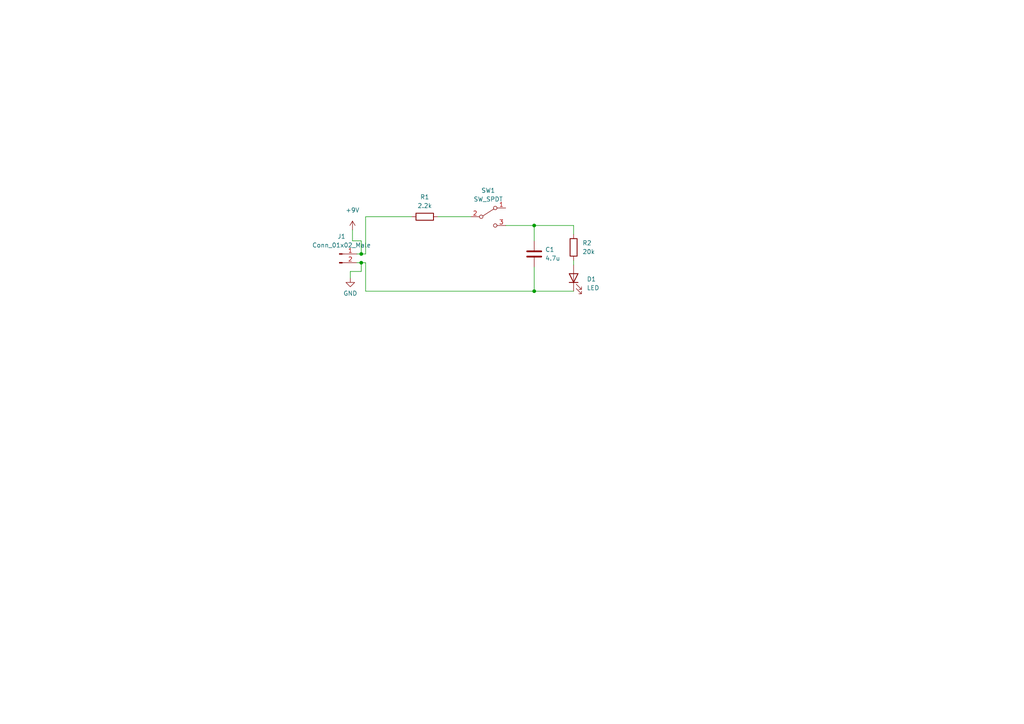
<source format=kicad_sch>
(kicad_sch (version 20211123) (generator eeschema)
  (paper "A4")
  (lib_symbols
    (symbol "Connector:Conn_01x02_Male" (pin_names (offset 1.016) hide)
      (property "Reference" "J" (at 0 2.54 0))
      (property "Value" "Conn_01x02_Male" (at 0 -5.08 0))
      (symbol "Conn_01x02_Male_1_1"
        (polyline (pts (xy 1.27 -2.54) (xy 0.8636 -2.54)) (stroke (width 0.1524)))
        (polyline (pts (xy 1.27 0) (xy 0.8636 0)) (stroke (width 0.1524)))
        (rectangle (start 0.8636 -2.413) (end 0 -2.667) (stroke (width 0.1524)) (fill (type outline)))
        (rectangle (start 0.8636 0.127) (end 0 -0.127) (stroke (width 0.1524)) (fill (type outline)))
        (pin passive line (at 5.08 0 180) (length 3.81) (name "Pin_1") (number "1"))
        (pin passive line (at 5.08 -2.54 180) (length 3.81) (name "Pin_2") (number "2"))
      )
    )
    (symbol "Device:C" (pin_numbers hide) (pin_names (offset 0.254))
      (property "Reference" "C" (at 0.635 2.54 0))
      (property "Value" "C" (at 0.635 -2.54 0))
      (symbol "C_0_1"
        (polyline (pts (xy -2.032 -0.762) (xy 2.032 -0.762)) (stroke (width 0.508)))
        (polyline (pts (xy -2.032 0.762) (xy 2.032 0.762)) (stroke (width 0.508)))
      )
      (symbol "C_1_1"
        (pin passive line (at 0 3.81 270) (length 2.794) (name "~") (number "1"))
        (pin passive line (at 0 -3.81 90) (length 2.794) (name "~") (number "2"))
      )
    )
    (symbol "Device:LED" (pin_numbers hide) (pin_names (offset 1.016) hide)
      (property "Reference" "D" (at 0 2.54 0))
      (property "Value" "LED" (at 0 -2.54 0))
      (symbol "LED_0_1"
        (polyline (pts (xy -1.27 -1.27) (xy -1.27 1.27)) (stroke (width 0.254)))
        (polyline (pts (xy -1.27 0) (xy 1.27 0)))
        (polyline (pts (xy 1.27 -1.27) (xy 1.27 1.27) (xy -1.27 0) (xy 1.27 -1.27)) (stroke (width 0.254)))
        (polyline (pts (xy -3.048 -0.762) (xy -4.572 -2.286) (xy -3.81 -2.286) (xy -4.572 -2.286) (xy -4.572 -1.524)))
        (polyline (pts (xy -1.778 -0.762) (xy -3.302 -2.286) (xy -2.54 -2.286) (xy -3.302 -2.286) (xy -3.302 -1.524)))
      )
      (symbol "LED_1_1"
        (pin passive line (at -3.81 0 0) (length 2.54) (name "K") (number "1"))
        (pin passive line (at 3.81 0 180) (length 2.54) (name "A") (number "2"))
      )
    )
    (symbol "Device:R" (pin_numbers hide) (pin_names (offset 0))
      (property "Reference" "R" (at 2.032 0 90))
      (property "Value" "R" (at 0 0 90))
      (symbol "R_0_1"
        (rectangle (start -1.016 -2.54) (end 1.016 2.54) (stroke (width 0.254)))
      )
      (symbol "R_1_1"
        (pin passive line (at 0 3.81 270) (length 1.27) (name "~") (number "1"))
        (pin passive line (at 0 -3.81 90) (length 1.27) (name "~") (number "2"))
      )
    )
    (symbol "Switch:SW_SPDT" (pin_names (offset 0) hide)
      (property "Reference" "SW" (at 0 4.318 0))
      (property "Value" "SW_SPDT" (at 0 -5.08 0))
      (symbol "SW_SPDT_0_0"
        (circle (center -2.032 0) (radius 0.508))
        (circle (center 2.032 -2.54) (radius 0.508))
      )
      (symbol "SW_SPDT_0_1"
        (polyline (pts (xy -1.524 0.254) (xy 1.651 2.286)))
        (circle (center 2.032 2.54) (radius 0.508))
      )
      (symbol "SW_SPDT_1_1"
        (pin passive line (at 5.08 2.54 180) (length 2.54) (name "A") (number "1"))
        (pin passive line (at -5.08 0 0) (length 2.54) (name "B") (number "2"))
        (pin passive line (at 5.08 -2.54 180) (length 2.54) (name "C") (number "3"))
      )
    )
    (symbol "power:+9V" (power) (pin_names (offset 0))
      (property "Value" "+9V" (at 0 3.556 0))
      (symbol "+9V_0_1"
        (polyline (pts (xy -0.762 1.27) (xy 0 2.54)))
        (polyline (pts (xy 0 0) (xy 0 2.54)))
        (polyline (pts (xy 0 2.54) (xy 0.762 1.27)))
      )
      (symbol "+9V_1_1"
        (pin power_in line (at 0 0 90) (length 0) hide (name "+9V") (number "1"))
      )
    )
    (symbol "power:GND" (power) (pin_names (offset 0))
      (property "Value" "GND" (at 0 -3.81 0))
      (symbol "GND_0_1"
        (polyline (pts (xy 0 0) (xy 0 -1.27) (xy 1.27 -1.27) (xy 0 -2.54) (xy -1.27 -1.27) (xy 0 -1.27)))
      )
      (symbol "GND_1_1"
        (pin power_in line (at 0 0 270) (length 0) hide (name "GND") (number "1"))
      )
    )
  )
  (junction (at 154.94 65.405))
  (junction (at 104.775 73.66))
  (junction (at 154.94 84.455))
  (junction (at 104.775 76.2))
  (wire (pts (xy 166.37 65.405) (xy 166.37 67.945)))
  (wire (pts (xy 166.37 75.565) (xy 166.37 76.835)))
  (wire (pts (xy 104.775 76.2) (xy 106.045 76.2)))
  (wire (pts (xy 106.045 62.865) (xy 106.045 73.66)))
  (wire (pts (xy 154.94 65.405) (xy 166.37 65.405)))
  (wire (pts (xy 104.775 76.2) (xy 104.775 78.74)))
  (wire (pts (xy 104.775 73.66) (xy 104.775 69.85)))
  (wire (pts (xy 104.775 69.85) (xy 102.235 69.85)))
  (wire (pts (xy 103.505 73.66) (xy 104.775 73.66)))
  (wire (pts (xy 104.775 73.66) (xy 106.045 73.66)))
  (wire (pts (xy 127 62.865) (xy 136.525 62.865)))
  (wire (pts (xy 106.045 62.865) (xy 119.38 62.865)))
  (wire (pts (xy 103.505 76.2) (xy 104.775 76.2)))
  (wire (pts (xy 154.94 65.405) (xy 154.94 69.85)))
  (wire (pts (xy 102.235 69.85) (xy 102.235 66.675)))
  (wire (pts (xy 106.045 76.2) (xy 106.045 84.455)))
  (wire (pts (xy 101.6 78.74) (xy 101.6 80.645)))
  (wire (pts (xy 154.94 77.47) (xy 154.94 84.455)))
  (wire (pts (xy 146.685 65.405) (xy 154.94 65.405)))
  (wire (pts (xy 154.94 84.455) (xy 166.37 84.455)))
  (wire (pts (xy 106.045 84.455) (xy 154.94 84.455)))
  (wire (pts (xy 104.775 78.74) (xy 101.6 78.74)))
  (symbol (lib_id "Device:LED") (at 166.37 80.645 90) (unit 1)
    (property "Reference" "D1" (at 170.18 80.9624 90) (effects (justify right)))
    (property "Value" "LED" (at 170.18 83.5024 90) (effects (justify right)))
    (property "Footprint" "LED_THT:LED_D5.0mm" (effects hide))
  )
  (symbol (lib_id "Connector:Conn_01x02_Male") (at 98.425 73.66 0) (unit 1)
    (property "Reference" "J1" (at 99.06 68.58 0))
    (property "Value" "Conn_01x02_Male" (at 99.06 71.12 0))
    (property "Footprint" "Connector_JST:JST_PH_B2B-PH-K_1x02_P2.00mm_Vertical" (effects hide))
  )
  (symbol (lib_id "power:GND") (at 101.6 80.645 0) (unit 1)
    (property "Reference" "#PWR01" (effects hide))
    (property "Value" "GND" (at 101.6 85.09 0))
  )
  (symbol (lib_id "Device:C") (at 154.94 73.66 0) (unit 1)
    (property "Reference" "C1" (at 158.115 72.3899 0) (effects (justify left)))
    (property "Value" "4.7u" (at 158.115 74.9299 0) (effects (justify left)))
    (property "Footprint" "Capacitor_THT:C_Radial_D5.0mm_H5.0mm_P2.00mm" (effects hide))
  )
  (symbol (lib_id "Device:R") (at 166.37 71.755 180) (unit 1)
    (property "Reference" "R2" (at 168.91 70.4849 0) (effects (justify right)))
    (property "Value" "20k" (at 168.91 73.0249 0) (effects (justify right)))
    (property "Footprint" "Resistor_THT:R_Axial_DIN0516_L15.5mm_D5.0mm_P20.32mm_Horizontal" (effects hide))
  )
  (symbol (lib_id "Device:R") (at 123.19 62.865 90) (unit 1)
    (property "Reference" "R1" (at 123.19 57.15 90))
    (property "Value" "2.2k" (at 123.19 59.69 90))
    (property "Footprint" "Resistor_THT:R_Axial_DIN0516_L15.5mm_D5.0mm_P20.32mm_Horizontal" (effects hide))
  )
  (symbol (lib_id "power:+9V") (at 102.235 66.675 0) (unit 1)
    (property "Reference" "#PWR02" (effects hide))
    (property "Value" "+9V" (at 102.235 60.96 0))
  )
  (symbol (lib_id "Switch:SW_SPDT") (at 141.605 62.865 0) (unit 1)
    (property "Reference" "SW1" (at 141.605 55.245 0))
    (property "Value" "SW_SPDT" (at 141.605 57.785 0))
    (property "Footprint" "Button_Switch_THT:SW_E-Switch_EG1224_SPDT_Angled" (effects hide))
  )
)
</source>
